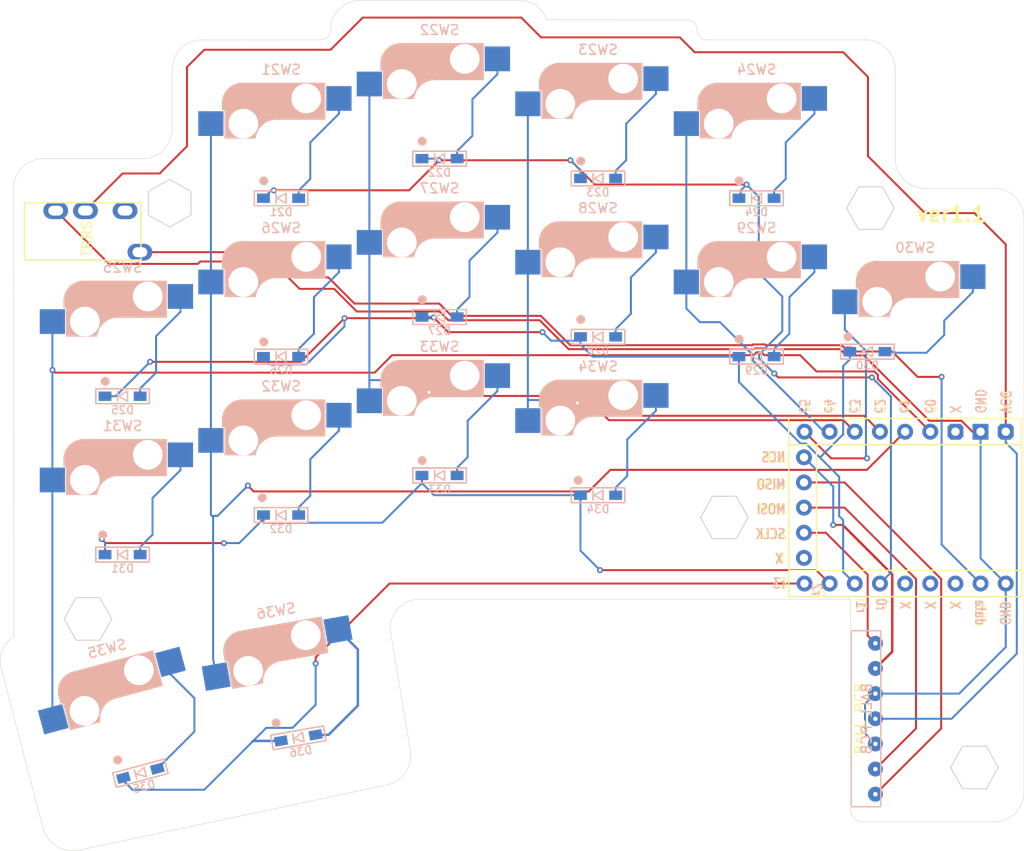
<source format=kicad_pcb>
(kicad_pcb (version 20241229) (generator "pcbnew") (generator_version "9.0")
  (layers (0 "F.Cu" signal) (2 "B.Cu" signal) (13 "F.Paste" user) (15 "B.Paste" user) (5 "F.SilkS" user "F.Silkscreen") (7 "B.SilkS" user "B.Silkscreen") (1 "F.Mask" user) (3 "B.Mask" user) (25 "Edge.Cuts" user))
  (net 0 "")
  (net 1 "Net-(D21-A)")
  (net 2 "row0")
  (net 3 "Net-(D22-A)")
  (net 4 "Net-(D23-A)")
  (net 5 "Net-(D24-A)")
  (net 6 "row1")
  (net 7 "Net-(D25-A)")
  (net 8 "Net-(D26-A)")
  (net 9 "Net-(D27-A)")
  (net 10 "Net-(D28-A)")
  (net 11 "Net-(D29-A)")
  (net 12 "Net-(D30-A)")
  (net 13 "row2")
  (net 14 "Net-(D31-A)")
  (net 15 "Net-(D32-A)")
  (net 16 "Net-(D33-A)")
  (net 17 "Net-(D34-A)")
  (net 18 "Net-(D35-A)")
  (net 19 "row3")
  (net 20 "Net-(D36-A)")
  (net 21 "data")
  (net 22 "GND")
  (net 23 "VCC")
  (net 24 "MISO")
  (net 25 "NCS")
  (net 26 "MOSI")
  (net 27 "SCLK")
  (net 28 "col1")
  (net 29 "col2")
  (net 30 "col3")
  (net 31 "col0")
  (net 32 "col4")
  (net 33 "col5")
  (footprint "kbd:MJ-4PP-9" (layer "F.Cu") (at 100.95 70.35 90)
    (property "Reference" "J22")
    (property "Value" "TRRS_MJ-4PP-9" (hide yes))
  )
  (footprint "kbd_Parts:Diode_SMD" (layer "F.Cu") (at 127 83)
    (property "Reference" "D26")
    (property "Value" "D" (hide yes))
  )
  (footprint "kbd_Parts:Diode_SMD" (layer "F.Cu") (at 186.19 82.5)
    (property "Reference" "D30")
    (property "Value" "D" (hide yes))
  )
  (footprint "kbd_Hole:m2_Spacer_Hole_hex" (layer "F.Cu") (at 197 124.5)
    (property "Reference" "Ref**")
    (property "Value" "Val**")
    (fp_line (start -2.4 0) (end -1.2 2.15) (stroke (width 0.1)) (layer "Edge.Cuts"))
    (fp_line (start -1.2 -2.15) (end -2.4 0) (stroke (width 0.1)) (layer "Edge.Cuts"))
    (fp_line (start -1.2 2.15) (end 1.2 2.15) (stroke (width 0.1)) (layer "Edge.Cuts"))
    (fp_line (start 1.2 -2.15) (end -1.2 -2.15) (stroke (width 0.1)) (layer "Edge.Cuts"))
    (fp_line (start 1.2 2.15) (end 2.4 0) (stroke (width 0.1)) (layer "Edge.Cuts"))
    (fp_line (start 2.4 0) (end 1.2 -2.15) (stroke (width 0.1)) (layer "Edge.Cuts"))
  )
  (footprint "kbd_Parts:Diode_SMD" (layer "F.Cu") (at 175 83)
    (property "Reference" "D29")
    (property "Value" "D" (hide yes))
  )
  (footprint "takashicompany:CherryMX_Hotswap_16m" (layer "F.Cu") (at 111 82)
    (property "Reference" "SW25")
    (property "Value" "SW_PUSH" (hide yes))
  )
  (footprint "kbd_Parts:Diode_SMD" (layer "F.Cu") (at 111 103)
    (property "Reference" "D31")
    (property "Value" "D" (hide yes))
  )
  (footprint "kbd_Parts:Diode_SMD" (layer "F.Cu") (at 127 99)
    (property "Reference" "D32")
    (property "Value" "D" (hide yes))
  )
  (footprint "takashicompany:CherryMX_Hotswap_16m" (layer "F.Cu") (at 127 62)
    (property "Reference" "SW21")
    (property "Value" "SW_PUSH" (hide yes))
  )
  (footprint "takashicompany:CherryMX_Hotswap_16m" (layer "F.Cu") (at 159 76)
    (property "Reference" "SW28")
    (property "Value" "SW_PUSH" (hide yes))
  )
  (footprint "kbd_Parts:Diode_SMD" (layer "F.Cu") (at 143 79)
    (property "Reference" "D27")
    (property "Value" "D" (hide yes))
  )
  (footprint "kbd_Parts:Diode_SMD" (layer "F.Cu") (at 175 67)
    (property "Reference" "D24")
    (property "Value" "D" (hide yes))
  )
  (footprint "kbd_Parts:Diode_SMD" (layer "F.Cu") (at 112.7941 125.0796 15)
    (property "Reference" "D35")
    (property "Value" "D" (hide yes))
  )
  (footprint "takashicompany:CherryMX_Hotswap_16m" (layer "F.Cu") (at 127 94)
    (property "Reference" "SW32")
    (property "Value" "SW_PUSH" (hide yes))
  )
  (footprint "takashicompany:CherryMX_Hotswap_16m" (layer "F.Cu") (at 143 58)
    (property "Reference" "SW22")
    (property "Value" "SW_PUSH" (hide yes))
  )
  (footprint "takashicompany:CherryMX_Hotswap_16m" (layer "F.Cu") (at 143 90)
    (property "Reference" "SW33")
    (property "Value" "SW_PUSH" (hide yes))
  )
  (footprint "takashicompany:CherryMX_Hotswap_16m" (layer "F.Cu") (at 159 92)
    (property "Reference" "SW34")
    (property "Value" "SW_PUSH" (hide yes))
  )
  (footprint "kbd_Parts:Diode_SMD" (layer "F.Cu") (at 143 95)
    (property "Reference" "D33")
    (property "Value" "D" (hide yes))
  )
  (footprint "takashicompany:CherryMX_Hotswap_16m" (layer "F.Cu") (at 175 62)
    (property "Reference" "SW24")
    (property "Value" "SW_PUSH" (hide yes))
  )
  (footprint "takashicompany:CherryMX_Hotswap_16m" (layer "F.Cu") (at 143 74)
    (property "Reference" "SW27")
    (property "Value" "SW_PUSH" (hide yes))
  )
  (footprint "isw-kbd:RP2040-Zero" (layer "F.Cu") (at 190 98.25 -90)
    (property "Reference" "U21" (hide yes))
    (property "Value" "RP2040-Zero" (hide yes))
  )
  (footprint "takashicompany:CherryMX_Hotswap_16m" (layer "F.Cu") (at 159 60)
    (property "Reference" "SW23")
    (property "Value" "SW_PUSH" (hide yes))
  )
  (footprint "kbd_Hole:m2_Spacer_Hole_hex" (layer "F.Cu") (at 115.75 67.5 90)
    (property "Reference" "Ref**")
    (property "Value" "Val**")
    (fp_line (start 1.2 -2.15) (end -1.2 -2.15) (stroke (width 0.1)) (layer "Edge.Cuts"))
    (fp_line (start -1.2 -2.15) (end -2.4 0) (stroke (width 0.1)) (layer "Edge.Cuts"))
    (fp_line (start 2.4 0) (end 1.2 -2.15) (stroke (width 0.1)) (layer "Edge.Cuts"))
    (fp_line (start -2.4 0) (end -1.2 2.15) (stroke (width 0.1)) (layer "Edge.Cuts"))
    (fp_line (start 1.2 2.15) (end 2.4 0) (stroke (width 0.1)) (layer "Edge.Cuts"))
    (fp_line (start -1.2 2.15) (end 1.2 2.15) (stroke (width 0.1)) (layer "Edge.Cuts"))
  )
  (footprint "takashicompany:CherryMX_Hotswap_16m" (layer "F.Cu") (at 111 98)
    (property "Reference" "SW31")
    (property "Value" "SW_PUSH" (hide yes))
  )
  (footprint "kbd_Hole:m2_Spacer_Hole_hex" (layer "F.Cu") (at 171.75 99.25)
    (property "Reference" "Ref**")
    (property "Value" "Val**")
    (fp_line (start -2.4 0) (end -1.2 2.15) (stroke (width 0.1)) (layer "Edge.Cuts"))
    (fp_line (start -1.2 -2.15) (end -2.4 0) (stroke (width 0.1)) (layer "Edge.Cuts"))
    (fp_line (start -1.2 2.15) (end 1.2 2.15) (stroke (width 0.1)) (layer "Edge.Cuts"))
    (fp_line (start 1.2 -2.15) (end -1.2 -2.15) (stroke (width 0.1)) (layer "Edge.Cuts"))
    (fp_line (start 1.2 2.15) (end 2.4 0) (stroke (width 0.1)) (layer "Edge.Cuts"))
    (fp_line (start 2.4 0) (end 1.2 -2.15) (stroke (width 0.1)) (layer "Edge.Cuts"))
  )
  (footprint "kbd_Parts:Diode_SMD" (layer "F.Cu") (at 159 97)
    (property "Reference" "D34")
    (property "Value" "D" (hide yes))
  )
  (footprint "takashicompany:CherryMX_Hotswap_16m" (layer "F.Cu") (at 191 80)
    (property "Reference" "SW30")
    (property "Value" "SW_PUSH" (hide yes))
  )
  (footprint "kbd_Parts:Diode_SMD" (layer "F.Cu") (at 111 87)
    (property "Reference" "D25")
    (property "Value" "D" (hide yes))
  )
  (footprint "takashicompany:CherryMX_Hotswap_16m" (layer "F.Cu") (at 127 78)
    (property "Reference" "SW26")
    (property "Value" "SW_PUSH" (hide yes))
  )
  (footprint "takashicompany:CherryMX_Hotswap_16m" (layer "F.Cu") (at 127.8763 116.5861 10)
    (property "Reference" "SW36")
    (property "Value" "SW_PUSH" (hide yes))
  )
  (footprint "kbd_Parts:Diode_SMD" (layer "F.Cu") (at 128.7445 121.5101 10)
    (property "Reference" "D36")
    (property "Value" "D" (hide yes))
  )
  (footprint "kbd_Parts:Diode_SMD" (layer "F.Cu") (at 159 65)
    (property "Reference" "D23")
    (property "Value" "D" (hide yes))
  )
  (footprint "kbd_Hole:m2_Spacer_Hole_hex" (layer "F.Cu") (at 107.5 109.5)
    (property "Reference" "Ref**")
    (property "Value" "Val**")
    (fp_line (start -2.4 0) (end -1.2 2.15) (stroke (width 0.1)) (layer "Edge.Cuts"))
    (fp_line (start -1.2 -2.15) (end -2.4 0) (stroke (width 0.1)) (layer "Edge.Cuts"))
    (fp_line (start -1.2 2.15) (end 1.2 2.15) (stroke (width 0.1)) (layer "Edge.Cuts"))
    (fp_line (start 1.2 -2.15) (end -1.2 -2.15) (stroke (width 0.1)) (layer "Edge.Cuts"))
    (fp_line (start 1.2 2.15) (end 2.4 0) (stroke (width 0.1)) (layer "Edge.Cuts"))
    (fp_line (start 2.4 0) (end 1.2 -2.15) (stroke (width 0.1)) (layer "Edge.Cuts"))
  )
  (footprint "takashicompany:CherryMX_Hotswap_16m" (layer "F.Cu") (at 111.5 120.25 15)
    (property "Reference" "SW35")
    (property "Value" "SW_PUSH" (hide yes))
  )
  (footprint "takashicompany:CherryMX_Hotswap_16m" (layer "F.Cu") (at 175 78)
    (property "Reference" "SW29")
    (property "Value" "SW_PUSH" (hide yes))
  )
  (footprint "kbd_Hole:m2_Spacer_Hole_hex" (layer "F.Cu") (at 186.5 68)
    (property "Reference" "Ref**")
    (property "Value" "Val**")
    (fp_line (start -2.4 0) (end -1.2 2.15) (stroke (width 0.1)) (layer "Edge.Cuts"))
    (fp_line (start -1.2 -2.15) (end -2.4 0) (stroke (width 0.1)) (layer "Edge.Cuts"))
    (fp_line (start -1.2 2.15) (end 1.2 2.15) (stroke (width 0.1)) (layer "Edge.Cuts"))
    (fp_line (start 1.2 -2.15) (end -1.2 -2.15) (stroke (width 0.1)) (layer "Edge.Cuts"))
    (fp_line (start 1.2 2.15) (end 2.4 0) (stroke (width 0.1)) (layer "Edge.Cuts"))
    (fp_line (start 2.4 0) (end 1.2 -2.15) (stroke (width 0.1)) (layer "Edge.Cuts"))
  )
  (footprint "kbd_Parts:Diode_SMD" (layer "F.Cu") (at 127 67)
    (property "Reference" "D21")
    (property "Value" "D" (hide yes))
  )
  (footprint "kbd_Parts:Diode_SMD" (layer "F.Cu") (at 159 81)
    (property "Reference" "D28")
    (property "Value" "D" (hide yes))
  )
  (footprint "kbd_Parts:Diode_SMD" (layer "F.Cu") (at 143 63)
    (property "Reference" "D22")
    (property "Value" "D" (hide yes))
  )
  (footprint "kbd:Mac8_L_7pin_contact_NEW2023" (layer "B.Cu") (at 187.2 119.58 90)
    (property "Reference" "J21" (hide yes))
    (property "Value" "Conn_01x07_Pin")
  )
  (gr_circle (center 173.25 81.25) (end 173.5 81.5) (stroke (width 0.2)) (fill yes) (layer "B.SilkS"))
  (gr_circle (center 125.25 65.25) (end 125.5 65.5) (stroke (width 0.2)) (fill yes) (layer "B.SilkS"))
  (gr_circle (center 141.25 77.25) (end 141.5 77.5) (stroke (width 0.2)) (fill yes) (layer "B.SilkS"))
  (gr_circle (center 184.25 81) (end 184.5 81.25) (stroke (width 0.2)) (fill yes) (layer "B.SilkS"))
  (gr_circle (center 125.103553 97.25) (end 125.353553 97.5) (stroke (width 0.2)) (fill yes) (layer "B.SilkS"))
  (gr_circle (center 126.5 120) (end 126.75 120.25) (stroke (width 0.2)) (fill yes) (layer "B.SilkS"))
  (gr_circle (center 157.25 79.25) (end 157.5 79.5) (stroke (width 0.2)) (fill yes) (layer "B.SilkS"))
  (gr_circle (center 125.25 81.5) (end 125.5 81.75) (stroke (width 0.2)) (fill yes) (layer "B.SilkS"))
  (gr_circle (center 157.25 63.25) (end 157.5 63.5) (stroke (width 0.2)) (fill yes) (layer "B.SilkS"))
  (gr_circle (center 141.25 61.25) (end 141.5 61.5) (stroke (width 0.2)) (fill yes) (layer "B.SilkS"))
  (gr_circle (center 157 95.5) (end 157.25 95.75) (stroke (width 0.2)) (fill yes) (layer "B.SilkS"))
  (gr_circle (center 141.25 93.5) (end 141.5 93.75) (stroke (width 0.2)) (fill yes) (layer "B.SilkS"))
  (gr_circle (center 173.25 65.25) (end 173.5 65.5) (stroke (width 0.2)) (fill yes) (layer "B.SilkS"))
  (gr_circle (center 109.25 85.5) (end 109.5 85.75) (stroke (width 0.2)) (fill yes) (layer "B.SilkS"))
  (gr_circle (center 109 101) (end 109.25 101.25) (stroke (width 0.2)) (fill yes) (layer "B.SilkS"))
  (gr_circle (center 110.5 123.75) (end 110.75 124) (stroke (width 0.2)) (fill yes) (layer "B.SilkS"))
  (gr_arc (start 140 122.5) (mid 139.65165 124.84099) (end 137.75 126.25) (stroke (width 0.05)) (layer "Edge.Cuts"))
  (gr_line (start 185.75 130) (end 199 130) (stroke (width 0.05)) (layer "Edge.Cuts"))
  (gr_line (start 106.83205 132.80085) (end 137.75 126.25) (stroke (width 0.05)) (layer "Edge.Cuts"))
  (gr_arc (start 100 66) (mid 100.87868 63.87868) (end 103 63) (stroke (width 0.05)) (layer "Edge.Cuts"))
  (gr_line (start 202 127) (end 202 69) (stroke (width 0.05)) (layer "Edge.Cuts"))
  (gr_arc (start 202 127) (mid 201.12132 129.12132) (end 199 130) (stroke (width 0.05)) (layer "Edge.Cuts"))
  (gr_arc (start 168 49) (mid 168.707107 49.292893) (end 169 50) (stroke (width 0.05)) (layer "Edge.Cuts"))
  (gr_arc (start 116 60) (mid 115.12132 62.12132) (end 113 63) (stroke (width 0.05)) (layer "Edge.Cuts"))
  (gr_arc (start 186 51) (mid 188.12132 51.87868) (end 189 54) (stroke (width 0.05)) (layer "Edge.Cuts"))
  (gr_line (start 116 54) (end 116 60) (stroke (width 0.05)) (layer "Edge.Cuts"))
  (gr_arc (start 170 51) (mid 169.292893 50.707107) (end 169 50) (stroke (width 0.05)) (layer "Edge.Cuts"))
  (gr_line (start 168 49) (end 153.81938 48.974771) (stroke (width 0.05)) (layer "Edge.Cuts"))
  (gr_arc (start 199 66) (mid 201.12132 66.87868) (end 202 69) (stroke (width 0.05)) (layer "Edge.Cuts"))
  (gr_arc (start 116 54) (mid 116.792353 51.968671) (end 118.750864 51.010363) (stroke (width 0.05)) (layer "Edge.Cuts"))
  (gr_line (start 189 63) (end 189 54) (stroke (width 0.05)) (layer "Edge.Cuts"))
  (gr_arc (start 98.75 114.5) (mid 98.855085 112.687257) (end 100.033461 111.305769) (stroke (width 0.05)) (layer "Edge.Cuts"))
  (gr_arc (start 138 110.5) (mid 138.87868 108.37868) (end 141 107.5) (stroke (width 0.05)) (layer "Edge.Cuts"))
  (gr_line (start 100 66) (end 100.033461 111.305769) (stroke (width 0.05)) (layer "Edge.Cuts"))
  (gr_line (start 140 122.5) (end 138 110.5) (stroke (width 0.05)) (layer "Edge.Cuts"))
  (gr_arc (start 132 50) (mid 131.707107 50.707107) (end 131 51) (stroke (width 0.05)) (layer "Edge.Cuts"))
  (gr_arc (start 151 47) (mid 152.721092 47.542798) (end 153.81938 48.974771) (stroke (width 0.05)) (layer "Edge.Cuts"))
  (gr_line (start 184.5 107.5) (end 184.5 128.75) (stroke (width 0.05)) (layer "Edge.Cuts"))
  (gr_arc (start 192 66) (mid 189.87868 65.12132) (end 189 63) (stroke (width 0.05)) (layer "Edge.Cuts"))
  (gr_arc (start 132 50) (mid 132.87868 47.87868) (end 135 47) (stroke (width 0.05)) (layer "Edge.Cuts"))
  (gr_arc (start 106.83205 132.800851) (mid 104.507854 132.5381) (end 103 130.75) (stroke (width 0.05)) (layer "Edge.Cuts"))
  (gr_line (start 151 47) (end 135 47) (stroke (width 0.05)) (layer "Edge.Cuts"))
  (gr_line (start 131 51) (end 118.750864 51.010363) (stroke (width 0.05)) (layer "Edge.Cuts"))
  (gr_line (start 113 63) (end 103 63) (stroke (width 0.05)) (layer "Edge.Cuts"))
  (gr_line (start 141 107.5) (end 184.5 107.5) (stroke (width 0.05)) (layer "Edge.Cuts"))
  (gr_line (start 186 51) (end 170 51) (stroke (width 0.05)) (layer "Edge.Cuts"))
  (gr_line (start 98.75 114.5) (end 103 130.75) (stroke (width 0.05)) (layer "Edge.Cuts"))
  (gr_arc (start 185.75 130) (mid 184.866117 129.633883) (end 184.5 128.75) (stroke (width 0.05)) (layer "Edge.Cuts"))
  (gr_line (start 192 66) (end 199 66) (stroke (width 0.05)) (layer "Edge.Cuts"))
  (gr_text "ver1.1" (at 191 69.5 0) (layer "F.SilkS") (effects (font (size 1.5 1.5) (thickness 0.3) (bold yes)) (justify left bottom)))
  (gr_text "c0" (at 191.93825 88.818095 270) (layer "B.SilkS") (effects (font (size 1 0.8)) (justify left bottom mirror)))
  (segment (start 129.9485 61.3652) (end 132.842 58.4717) (width 0.2) (layer "B.Cu") (net 1))
  (segment (start 128.775 66.2233) (end 129.9485 65.0498) (width 0.2) (layer "B.Cu") (net 1))
  (segment (start 132.842 56.92) (end 132.842 58.4717) (width 0.2) (layer "B.Cu") (net 1))
  (segment (start 129.9485 65.0498) (end 129.9485 61.3652) (width 0.2) (layer "B.Cu") (net 1))
  (segment (start 128.775 67) (end 128.775 66.2233) (width 0.2) (layer "B.Cu") (net 1))
  (segment (start 158.6704 65.6202) (end 173.9951 65.6202) (width 0.2) (layer "F.Cu") (net 2))
  (segment (start 142.9555 63.1641) (end 156.2143 63.1641) (width 0.2) (layer "F.Cu") (net 2))
  (segment (start 142.9555 63.1641) (end 139.9194 66.2002) (width 0.2) (layer "F.Cu") (net 2))
  (segment (start 139.9194 66.2002) (end 126.2686 66.2002) (width 0.2) (layer "F.Cu") (net 2))
  (segment (start 156.2143 63.1641) (end 158.6704 65.6202) (width 0.2) (layer "F.Cu") (net 2))
  (segment (start 177.1868 85.1007) (end 186.6498 85.1007) (width 0.2) (layer "F.Cu") (net 2))
  (segment (start 177.1868 85.1007) (end 176.79305 84.70695) (width 0.2) (layer "F.Cu") (net 2))
  (via (at 186.6498 85.1007) (size 0.6) (drill 0.3) (layers "F.Cu" "B.Cu") (net 2))
  (via (at 126.2686 66.2002) (size 0.6) (drill 0.3) (layers "F.Cu" "B.Cu") (net 2))
  (via (at 156.2143 63.1641) (size 0.6) (drill 0.3) (layers "F.Cu" "B.Cu") (net 2))
  (via (at 173.9951 65.6202) (size 0.6) (drill 0.3) (layers "F.Cu" "B.Cu") (net 2))
  (via (at 142.9555 63.1641) (size 0.6) (drill 0.3) (layers "F.Cu" "B.Cu") (net 2))
  (via (at 176.79305 84.70695) (size 0.6) (drill 0.3) (layers "F.Cu" "B.Cu") (net 2))
  (segment (start 175.2269 74.5475) (end 175.2269 66.852) (width 0.2) (layer "B.Cu") (net 2))
  (segment (start 126.2686 66.2002) (end 126.0248 66.2002) (width 0.2) (layer "B.Cu") (net 2))
  (segment (start 186.6498 85.1007) (end 188.5644 87.0153) (width 0.2) (layer "B.Cu") (net 2))
  (segment (start 157.225 64.1748) (end 156.2143 63.1641) (width 0.2) (layer "B.Cu") (net 2))
  (segment (start 175.2572 83.1711) (end 175.2572 82.7747) (width 0.2) (layer "B.Cu") (net 2))
  (segment (start 177.6017 76.9223) (end 175.2269 74.5475) (width 0.2) (layer "B.Cu") (net 2))
  (segment (start 175.2572 82.7747) (end 177.6017 80.4302) (width 0.2) (layer "B.Cu") (net 2))
  (segment (start 173.9951 65.6202) (end 173.392 66.2233) (width 0.2) (layer "B.Cu") (net 2))
  (segment (start 142.7914 63) (end 142.9555 63.1641) (width 0.2) (layer "B.Cu") (net 2))
  (segment (start 188.5644 104.8156) (end 187.46 105.92) (width 0.2) (layer "B.Cu") (net 2))
  (segment (start 188.5644 87.0153) (end 188.5644 104.8156) (width 0.2) (layer "B.Cu") (net 2))
  (segment (start 142.1767 63) (end 142.7914 63) (width 0.2) (layer "B.Cu") (net 2))
  (segment (start 173.392 66.833) (end 173.225 67) (width 0.2) (layer "B.Cu") (net 2))
  (segment (start 177.6017 80.4302) (end 177.6017 76.9223) (width 0.2) (layer "B.Cu") (net 2))
  (segment (start 175.2269 66.852) (end 173.9951 65.6202) (width 0.2) (layer "B.Cu") (net 2))
  (segment (start 173.392 66.2233) (end 173.392 66.833) (width 0.2) (layer "B.Cu") (net 2))
  (segment (start 157.225 65) (end 157.225 64.1748) (width 0.2) (layer "B.Cu") (net 2))
  (segment (start 126.0248 66.2002) (end 125.225 67) (width 0.2) (layer "B.Cu") (net 2))
  (segment (start 141.225 63) (end 142.1767 63) (width 0.2) (layer "B.Cu") (net 2))
  (segment (start 176.79305 84.70695) (end 175.2572 83.1711) (width 0.2) (layer "B.Cu") (net 2))
  (segment (start 148.842 52.92) (end 148.842 54.4717) (width 0.2) (layer "B.Cu") (net 3))
  (segment (start 146.3179 60.6804) (end 146.3179 56.9958) (width 0.2) (layer "B.Cu") (net 3))
  (segment (start 146.3179 56.9958) (end 148.842 54.4717) (width 0.2) (layer "B.Cu") (net 3))
  (segment (start 144.775 63) (end 144.775 62.2233) (width 0.2) (layer "B.Cu") (net 3))
  (segment (start 144.775 62.2233) (end 146.3179 60.6804) (width 0.2) (layer "B.Cu") (net 3))
  (segment (start 164.842 54.92) (end 164.842 56.4717) (width 0.2) (layer "B.Cu") (net 4))
  (segment (start 161.8394 59.4743) (end 161.8394 63.1589) (width 0.2) (layer "B.Cu") (net 4))
  (segment (start 164.842 56.4717) (end 161.8394 59.4743) (width 0.2) (layer "B.Cu") (net 4))
  (segment (start 161.8394 63.1589) (end 160.775 64.2233) (width 0.2) (layer "B.Cu") (net 4))
  (segment (start 160.775 65) (end 160.775 64.2233) (width 0.2) (layer "B.Cu") (net 4))
  (segment (start 177.9485 61.3652) (end 180.842 58.4717) (width 0.2) (layer "B.Cu") (net 5))
  (segment (start 180.842 56.92) (end 180.842 58.4717) (width 0.2) (layer "B.Cu") (net 5))
  (segment (start 176.775 67) (end 176.775 66.2233) (width 0.2) (layer "B.Cu") (net 5))
  (segment (start 176.775 66.2233) (end 177.9485 65.0498) (width 0.2) (layer "B.Cu") (net 5))
  (segment (start 177.9485 65.0498) (end 177.9485 61.3652) (width 0.2) (layer "B.Cu") (net 5))
  (segment (start 142.3296 79.1179) (end 142.4019 79.0456) (width 0.2) (layer "F.Cu") (net 6))
  (segment (start 133.4027 79.1179) (end 142.3296 79.1179) (width 0.2) (layer "F.Cu") (net 6))
  (segment (start 153.3893 80.5266) (end 143.8829 80.5266) (width 0.2) (layer "F.Cu") (net 6))
  (segment (start 128.9965 83.5241) (end 133.4027 79.1179) (width 0.2) (layer "F.Cu") (net 6))
  (segment (start 113.7798 83.5241) (end 128.9965 83.5241) (width 0.2) (layer "F.Cu") (net 6))
  (segment (start 143.8829 80.5266) (end 142.4019 79.0456) (width 0.2) (layer "F.Cu") (net 6))
  (via (at 153.3893 80.5266) (size 0.6) (drill 0.3) (layers "F.Cu" "B.Cu") (net 6))
  (via (at 113.7798 83.5241) (size 0.6) (drill 0.3) (layers "F.Cu" "B.Cu") (net 6))
  (via (at 133.4027 79.1179) (size 0.6) (drill 0.3) (layers "F.Cu" "B.Cu") (net 6))
  (via (at 142.4019 79.0456) (size 0.6) (drill 0.3) (layers "F.Cu" "B.Cu") (net 6))
  (segment (start 133.4027 79.948) (end 133.4027 79.1179) (width 0.2) (layer "B.Cu") (net 6))
  (segment (start 157.225 81) (end 157.225 81.3883) (width 0.2) (layer "B.Cu") (net 6))
  (segment (start 142.3563 79) (end 142.1767 79) (width 0.2) (layer "B.Cu") (net 6))
  (segment (start 158.4483 83) (end 157.225 81.7767) (width 0.2) (layer "B.Cu") (net 6))
  (segment (start 179.4399 91.7763) (end 179.9825 91.7763) (width 0.2) (layer "B.Cu") (net 6))
  (segment (start 129.574 83.7767) (end 133.4027 79.948) (width 0.2) (layer "B.Cu") (net 6))
  (segment (start 183.3464 99.1148) (end 183.3433 99.1117) (width 0.2) (layer "B.Cu") (net 6))
  (segment (start 181.4004 93.1941) (end 183.7456 90.8489) (width 0.2) (layer "B.Cu") (net 6))
  (segment (start 157.225 81.3883) (end 154.251 81.3883) (width 0.2) (layer "B.Cu") (net 6))
  (segment (start 183.3433 99.1117) (end 183.3433 95.1371) (width 0.2) (layer "B.Cu") (net 6))
  (segment (start 142.4019 79.0456) (end 142.3563 79) (width 0.2) (layer "B.Cu") (net 6))
  (segment (start 183.3433 95.1371) (end 181.4004 93.1941) (width 0.2) (layer "B.Cu") (net 6))
  (segment (start 141.225 79) (end 142.1767 79) (width 0.2) (layer "B.Cu") (net 6))
  (segment (start 183.7456 90.8489) (end 183.7456 83.9461) (width 0.2) (layer "B.Cu") (net 6))
  (segment (start 184.415 82.5) (end 184.415 83.2767) (width 0.2) (layer "B.Cu") (net 6))
  (segment (start 183.7456 83.9461) (end 184.415 83.2767) (width 0.2) (layer "B.Cu") (net 6))
  (segment (start 179.9825 91.7763) (end 181.4004 93.1941) (width 0.2) (layer "B.Cu") (net 6))
  (segment (start 125.7767 83.7767) (end 129.574 83.7767) (width 0.2) (layer "B.Cu") (net 6))
  (segment (start 109.225 87) (end 110.3039 87) (width 0.2) (layer "B.Cu") (net 6))
  (segment (start 184.92 105.92) (end 183.7441 104.7441) (width 0.2) (layer "B.Cu") (net 6))
  (segment (start 157.225 81.3883) (end 157.225 81.7767) (width 0.2) (layer "B.Cu") (net 6))
  (segment (start 125.225 83) (end 125.225 83.225) (width 0.2) (layer "B.Cu") (net 6))
  (segment (start 154.251 81.3883) (end 153.3893 80.5266) (width 0.2) (layer "B.Cu") (net 6))
  (segment (start 173.225 83) (end 173.225 85.5614) (width 0.2) (layer "B.Cu") (net 6))
  (segment (start 183.7441 104.7441) (end 183.7441 99.5145) (width 0.2) (layer "B.Cu") (net 6))
  (segment (start 173.225 83) (end 158.4483 83) (width 0.2) (layer "B.Cu") (net 6))
  (segment (start 183.7441 99.5145) (end 183.3464 99.1168) (width 0.2) (layer "B.Cu") (net 6))
  (segment (start 183.3464 99.1168) (end 183.3464 99.1148) (width 0.2) (layer "B.Cu") (net 6))
  (segment (start 125.225 83.225) (end 125.7767 83.7767) (width 0.2) (layer "B.Cu") (net 6))
  (segment (start 110.3039 87) (end 113.7798 83.5241) (width 0.2) (layer "B.Cu") (net 6))
  (segment (start 173.225 85.5614) (end 179.4399 91.7763) (width 0.2) (layer "B.Cu") (net 6))
  (segment (start 116.842 76.92) (end 116.842 78.4717) (width 0.2) (layer "B.Cu") (net 7))
  (segment (start 114.3815 80.9322) (end 116.842 78.4717) (width 0.2) (layer "B.Cu") (net 7))
  (segment (start 114.3815 84.6168) (end 114.3815 80.9322) (width 0.2) (layer "B.Cu") (net 7))
  (segment (start 112.775 86.2233) (end 114.3815 84.6168) (width 0.2) (layer "B.Cu") (net 7))
  (segment (start 112.775 87) (end 112.775 86.2233) (width 0.2) (layer "B.Cu") (net 7))
  (segment (start 132.842 74.4717) (end 130.3179 76.9958) (width 0.2) (layer "B.Cu") (net 8))
  (segment (start 130.3179 80.6804) (end 128.775 82.2233) (width 0.2) (layer "B.Cu") (net 8))
  (segment (start 130.3179 76.9958) (end 130.3179 80.6804) (width 0.2) (layer "B.Cu") (net 8))
  (segment (start 128.775 83) (end 128.775 82.2233) (width 0.2) (layer "B.Cu") (net 8))
  (segment (start 132.842 72.92) (end 132.842 74.4717) (width 0.2) (layer "B.Cu") (net 8))
  (segment (start 146.0244 76.9739) (end 144.775 78.2233) (width 0.2) (layer "B.Cu") (net 9))
  (segment (start 148.842 68.92) (end 148.842 70.4717) (width 0.2) (layer "B.Cu") (net 9))
  (segment (start 148.842 70.4717) (end 146.0244 73.2893) (width 0.2) (layer "B.Cu") (net 9))
  (segment (start 146.0244 73.2893) (end 146.0244 76.9739) (width 0.2) (layer "B.Cu") (net 9))
  (segment (start 144.775 79) (end 144.775 78.2233) (width 0.2) (layer "B.Cu") (net 9))
  (segment (start 164.842 70.92) (end 164.842 72.4717) (width 0.2) (layer "B.Cu") (net 10))
  (segment (start 160.775 81) (end 160.775 80.2233) (width 0.2) (layer "B.Cu") (net 10))
  (segment (start 160.775 80.2233) (end 162.3179 78.6804) (width 0.2) (layer "B.Cu") (net 10))
  (segment (start 162.3179 74.9958) (end 164.842 72.4717) (width 0.2) (layer "B.Cu") (net 10))
  (segment (start 162.3179 78.6804) (end 162.3179 74.9958) (width 0.2) (layer "B.Cu") (net 10))
  (segment (start 176.775 82.2233) (end 178.3179 80.6804) (width 0.2) (layer "B.Cu") (net 11))
  (segment (start 178.3179 80.6804) (end 178.3179 76.9958) (width 0.2) (layer "B.Cu") (net 11))
  (segment (start 178.3179 76.9958) (end 180.842 74.4717) (width 0.2) (layer "B.Cu") (net 11))
  (segment (start 176.775 83) (end 176.775 82.2233) (width 0.2) (layer "B.Cu") (net 11))
  (segment (start 180.842 72.92) (end 180.842 74.4717) (width 0.2) (layer "B.Cu") (net 11))
  (segment (start 192.1553 82.6068) (end 193.9485 80.8136) (width 0.2) (layer "B.Cu") (net 12))
  (segment (start 196.842 74.92) (end 196.842 76.4717) (width 0.2) (layer "B.Cu") (net 12))
  (segment (start 193.9485 79.3652) (end 196.842 76.4717) (width 0.2) (layer "B.Cu") (net 12))
  (segment (start 188.9167 82.5) (end 189.0235 82.6068) (width 0.2) (layer "B.Cu") (net 12))
  (segment (start 193.9485 80.8136) (end 193.9485 79.3652) (width 0.2) (layer "B.Cu") (net 12))
  (segment (start 187.965 82.5) (end 188.9167 82.5) (width 0.2) (layer "B.Cu") (net 12))
  (segment (start 189.0235 82.6068) (end 192.1553 82.6068) (width 0.2) (layer "B.Cu") (net 12))
  (segment (start 109.3007 101.8342) (end 108.9037 101.4372) (width 0.2) (layer "F.Cu") (net 13))
  (segment (start 121.229 101.8342) (end 109.3007 101.8342) (width 0.2) (layer "F.Cu") (net 13))
  (segment (start 181.0295 104.5695) (end 159.2016 104.5695) (width 0.2) (layer "F.Cu") (net 13))
  (segment (start 182.38 105.92) (end 181.0295 104.5695) (width 0.2) (layer "F.Cu") (net 13))
  (via (at 159.2016 104.5695) (size 0.6) (drill 0.3) (layers "F.Cu" "B.Cu") (net 13))
  (via (at 121.229 101.8342) (size 0.6) (drill 0.3) (layers "F.Cu" "B.Cu") (net 13))
  (via (at 108.9037 101.4372) (size 0.6) (drill 0.3) (layers "F.Cu" "B.Cu") (net 13))
  (segment (start 125.225 99.3883) (end 125.225 99.7767) (width 0.2) (layer "B.Cu") (net 13))
  (segment (start 108.9037 101.4372) (end 109.225 101.7585) (width 0.2) (layer "B.Cu") (net 13))
  (segment (start 125.225 99) (end 125.225 99.3883) (width 0.2) (layer "B.Cu") (net 13))
  (segment (start 125.225 99.3883) (end 122.7791 101.8342) (width 0.2) (layer "B.Cu") (net 13))
  (segment (start 122.7791 101.8342) (end 121.229 101.8342) (width 0.2) (layer "B.Cu") (net 13))
  (segment (start 109.225 101.7585) (end 109.225 103) (width 0.2) (layer "B.Cu") (net 13))
  (segment (start 157.225 102.5929) (end 157.225 97) (width 0.2) (layer "B.Cu") (net 13))
  (segment (start 142.4483 97) (end 141.225 95.7767) (width 0.2) (layer "B.Cu") (net 13))
  (segment (start 141.225 95) (end 141.225 95.7767) (width 0.2) (layer "B.Cu") (net 13))
  (segment (start 125.225 99.7767) (end 137.225 99.7767) (width 0.2) (layer "B.Cu") (net 13))
  (segment (start 157.225 97) (end 142.4483 97) (width 0.2) (layer "B.Cu") (net 13))
  (segment (start 137.225 99.7767) (end 141.225 95.7767) (width 0.2) (layer "B.Cu") (net 13))
  (segment (start 159.2016 104.5695) (end 157.225 102.5929) (width 0.2) (layer "B.Cu") (net 13))
  (segment (start 116.842 92.92) (end 116.842 94.4717) (width 0.2) (layer "B.Cu") (net 14))
  (segment (start 114.0244 100.9739) (end 112.775 102.2233) (width 0.2) (layer "B.Cu") (net 14))
  (segment (start 112.775 103) (end 112.775 102.2233) (width 0.2) (layer "B.Cu") (net 14))
  (segment (start 114.0244 97.2893) (end 114.0244 100.9739) (width 0.2) (layer "B.Cu") (net 14))
  (segment (start 116.842 94.4717) (end 114.0244 97.2893) (width 0.2) (layer "B.Cu") (net 14))
  (segment (start 128.775 99) (end 128.775 98.2233) (width 0.2) (layer "B.Cu") (net 15))
  (segment (start 132.842 88.92) (end 132.842 90.4717) (width 0.2) (layer "B.Cu") (net 15))
  (segment (start 129.9485 93.3652) (end 132.842 90.4717) (width 0.2) (layer "B.Cu") (net 15))
  (segment (start 129.9485 97.0498) (end 129.9485 93.3652) (width 0.2) (layer "B.Cu") (net 15))
  (segment (start 128.775 98.2233) (end 129.9485 97.0498) (width 0.2) (layer "B.Cu") (net 15))
  (segment (start 145.8394 89.4743) (end 145.8394 93.1589) (width 0.2) (layer "B.Cu") (net 16))
  (segment (start 148.842 84.92) (end 148.842 86.4717) (width 0.2) (layer "B.Cu") (net 16))
  (segment (start 148.842 86.4717) (end 145.8394 89.4743) (width 0.2) (layer "B.Cu") (net 16))
  (segment (start 145.8394 93.1589) (end 144.775 94.2233) (width 0.2) (layer "B.Cu") (net 16))
  (segment (start 144.775 95) (end 144.775 94.2233) (width 0.2) (layer "B.Cu") (net 16))
  (segment (start 160.775 97) (end 160.775 96.2233) (width 0.2) (layer "B.Cu") (net 17))
  (segment (start 164.842 86.92) (end 164.842 88.4717) (width 0.2) (layer "B.Cu") (net 17))
  (segment (start 160.775 96.2233) (end 161.9485 95.0498) (width 0.2) (layer "B.Cu") (net 17))
  (segment (start 161.9485 95.0498) (end 161.9485 91.3652) (width 0.2) (layer "B.Cu") (net 17))
  (segment (start 161.9485 91.3652) (end 164.842 88.4717) (width 0.2) (layer "B.Cu") (net 17))
  (segment (start 115.828138 115.078138) (end 115.828138 113.831138) (width 0.2) (layer "B.Cu") (net 18))
  (segment (start 118.25 117.5) (end 115.828138 115.078138) (width 0.2) (layer "B.Cu") (net 18))
  (segment (start 118.25 120.8788) (end 118.25 117.5) (width 0.2) (layer "B.Cu") (net 18))
  (segment (start 115.828138 113.831138) (end 115.8281 113.8311) (width 0.2) (layer "B.Cu") (net 18))
  (segment (start 114.5086 124.6202) (end 118.25 120.8788) (width 0.2) (layer "B.Cu") (net 18))
  (segment (start 137.9528 105.92) (end 179.84 105.92) (width 0.2) (layer "F.Cu") (net 19))
  (segment (start 130.4925 114) (end 130.4925 113.3803) (width 0.2) (layer "F.Cu") (net 19))
  (segment (start 130.4925 113.3803) (end 137.9528 105.92) (width 0.2) (layer "F.Cu") (net 19))
  (via (at 130.4925 114) (size 0.6) (drill 0.3) (layers "F.Cu" "B.Cu") (net 19))
  (segment (start 124.125 121.875) (end 119.25 126.75) (width 0.2) (layer "B.Cu") (net 19))
  (segment (start 125.5 120.5) (end 124.125 121.875) (width 0.2) (layer "B.Cu") (net 19))
  (segment (start 126.996466 121.818326) (end 124.181674 121.818326) (width 0.25) (layer "B.Cu") (net 19))
  (segment (start 112 126.75) (end 111.0796 125.8296) (width 0.2) (layer "B.Cu") (net 19))
  (segment (start 124.181674 121.818326) (end 124.125 121.875) (width 0.25) (layer "B.Cu") (net 19))
  (segment (start 119.25 126.75) (end 112 126.75) (width 0.2) (layer "B.Cu") (net 19))
  (segment (start 130.4925 118.1635) (end 128.156 120.5) (width 0.2) (layer "B.Cu") (net 19))
  (segment (start 128.156 120.5) (end 125.5 120.5) (width 0.2) (layer "B.Cu") (net 19))
  (segment (start 130.4925 114) (end 130.4925 118.1635) (width 0.2) (layer "B.Cu") (net 19))
  (segment (start 111.0796 125.8296) (end 111.0796 125.539) (width 0.2) (layer "B.Cu") (net 19))
  (segment (start 134.75 118.25) (end 134.75 112.57141) (width 0.25) (layer "B.Cu") (net 20))
  (segment (start 131.798126 121.201874) (end 134.75 118.25) (width 0.25) (layer "B.Cu") (net 20))
  (segment (start 134.75 112.57141) (end 132.747414 110.568824) (width 0.25) (layer "B.Cu") (net 20))
  (segment (start 130.492534 121.201874) (end 131.798126 121.201874) (width 0.25) (layer "B.Cu") (net 20))
  (segment (start 175.918 81.845) (end 175.839 81.766) (width 0.2) (layer "F.Cu") (net 21))
  (segment (start 134.4114 77.6395) (end 131.77 74.9981) (width 0.2) (layer "F.Cu") (net 21))
  (segment (start 156.1966 81.845) (end 153.2325 78.8809) (width 0.2) (layer "F.Cu") (net 21))
  (segment (start 193.6832 85.0454) (end 191.2571 85.0454) (width 0.2) (layer "F.Cu") (net 21))
  (segment (start 184.5135 82.0804) (end 183.8234 82.0804) (width 0.2) (layer "F.Cu") (net 21))
  (segment (start 174.5965 81.845) (end 156.1966 81.845) (width 0.2) (layer "F.Cu") (net 21))
  (segment (start 142.9684 77.6395) (end 134.4114 77.6395) (width 0.2) (layer "F.Cu") (net 21))
  (segment (start 125.7375 72.45) (end 112.75 72.45) (width 0.2) (layer "F.Cu") (net 21))
  (segment (start 144.2098 78.8809) (end 142.9684 77.6395) (width 0.2) (layer "F.Cu") (net 21))
  (segment (start 183.8234 82.0804) (end 183.588 81.845) (width 0.2) (layer "F.Cu") (net 21))
  (segment (start 131.77 74.9981) (end 128.2856 74.9981) (width 0.2) (layer "F.Cu") (net 21))
  (segment (start 184.9152 82.4821) (end 184.5135 82.0804) (width 0.2) (layer "F.Cu") (net 21))
  (segment (start 153.2325 78.8809) (end 144.2098 78.8809) (width 0.2) (layer "F.Cu") (net 21))
  (segment (start 174.6755 81.766) (end 174.5965 81.845) (width 0.2) (layer "F.Cu") (net 21))
  (segment (start 175.839 81.766) (end 174.6755 81.766) (width 0.2) (layer "F.Cu") (net 21))
  (segment (start 183.588 81.845) (end 175.918 81.845) (width 0.2) (layer "F.Cu") (net 21))
  (segment (start 191.2571 85.0454) (end 188.6938 82.4821) (width 0.2) (layer "F.Cu") (net 21))
  (segment (start 128.2856 74.9981) (end 125.7375 72.45) (width 0.2) (layer "F.Cu") (net 21))
  (segment (start 188.6938 82.4821) (end 184.9152 82.4821) (width 0.2) (layer "F.Cu") (net 21))
  (via (at 193.6832 85.0454) (size 0.6) (drill 0.3) (layers "F.Cu" "B.Cu") (net 21))
  (segment (start 193.6832 85.0454) (end 193.6832 101.9832) (width 0.2) (layer "B.Cu") (net 21))
  (segment (start 193.6832 101.9832) (end 197.62 105.92) (width 0.2) (layer "B.Cu") (net 21))
  (segment (start 183.4217 82.2467) (end 175.7517 82.2467) (width 0.2) (layer "F.Cu") (net 22))
  (segment (start 175.6727 82.1677) (end 174.8418 82.1677) (width 0.2) (layer "F.Cu") (net 22))
  (segment (start 192.4463 89.4783) (end 185.8519 82.8839) (width 0.2) (layer "F.Cu") (net 22))
  (segment (start 175.7517 82.2467) (end 175.6727 82.1677) (width 0.2) (layer "F.Cu") (net 22))
  (segment (start 109.6329 73.6329) (end 104.25 68.25) (width 0.2) (layer "F.Cu") (net 22))
  (segment (start 185.8519 82.8839) (end 184.0589 82.8839) (width 0.2) (layer "F.Cu") (net 22))
  (segment (start 184.0589 82.8839) (end 183.4217 82.2467) (width 0.2) (layer "F.Cu") (net 22))
  (segment (start 153.1075 79.3239) (end 143.8846 79.3239) (width 0.2) (layer "F.Cu") (net 22))
  (segment (start 196.7938 90.58) (end 195.6921 89.4783) (width 0.2) (layer "F.Cu") (net 22))
  (segment (start 125.7853 73.3912) (end 118.8412 73.3912) (width 0.2) (layer "F.Cu") (net 22))
  (segment (start 174.7628 82.2467) (end 156.0303 82.2467) (width 0.2) (layer "F.Cu") (net 22))
  (segment (start 156.0303 82.2467) (end 153.1075 79.3239) (width 0.2) (layer "F.Cu") (net 22))
  (segment (start 118.5995 73.6329) (end 109.6329 73.6329) (width 0.2) (layer "F.Cu") (net 22))
  (segment (start 195.6921 89.4783) (end 192.4463 89.4783) (width 0.2) (layer "F.Cu") (net 22))
  (segment (start 128.8693 76.1498) (end 127.6121 74.8926) (width 0.2) (layer "F.Cu") (net 22))
  (segment (start 197.62 90.58) (end 196.7938 90.58) (width 0.2) (layer "F.Cu") (net 22))
  (segment (start 134.6452 78.4414) (end 132.3536 76.1498) (width 0.2) (layer "F.Cu") (net 22))
  (segment (start 127.6121 74.8926) (end 127.2867 74.8926) (width 0.2) (layer "F.Cu") (net 22))
  (segment (start 174.8418 82.1677) (end 174.7628 82.2467) (width 0.2) (layer "F.Cu") (net 22))
  (segment (start 118.8412 73.3912) (end 118.5995 73.6329) (width 0.2) (layer "F.Cu") (net 22))
  (segment (start 127.2867 74.8926) (end 125.7853 73.3912) (width 0.2) (layer "F.Cu") (net 22))
  (segment (start 143.8846 79.3239) (end 143.0021 78.4414) (width 0.2) (layer "F.Cu") (net 22))
  (segment (start 132.3536 76.1498) (end 128.8693 76.1498) (width 0.2) (layer "F.Cu") (net 22))
  (segment (start 143.0021 78.4414) (end 134.6452 78.4414) (width 0.2) (layer "F.Cu") (net 22))
  (segment (start 185.949 118.091) (end 185.949 121.069) (width 0.2) (layer "B.Cu") (net 22))
  (segment (start 200.16 112.34) (end 200.16 105.92) (width 0.2) (layer "B.Cu") (net 22))
  (segment (start 187 117.04) (end 195.46 117.04) (width 0.2) (layer "B.Cu") (net 22))
  (segment (start 187 117.04) (end 185.949 118.091) (width 0.2) (layer "B.Cu") (net 22))
  (segment (start 200.16 105.92) (end 197.62 103.38) (width 0.2) (layer "B.Cu") (net 22))
  (segment (start 195.46 117.04) (end 200.16 112.34) (width 0.2) (layer "B.Cu") (net 22))
  (segment (start 197.62 103.38) (end 197.62 90.58) (width 0.2) (layer "B.Cu") (net 22))
  (segment (start 185.949 121.069) (end 187 122.12) (width 0.2) (layer "B.Cu") (net 22))
  (segment (start 186.25 62.75) (end 192 68.5) (width 0.2) (layer "F.Cu") (net 23))
  (segment (start 107.25 68.25) (end 111 64.5) (width 0.2) (layer "F.Cu") (net 23))
  (segment (start 119.25 52) (end 132 52) (width 0.2) (layer "F.Cu") (net 23))
  (segment (start 200.16 71.66) (end 200.16 90.58) (width 0.2) (layer "F.Cu") (net 23))
  (segment (start 153.25 50.75) (end 167.25 50.75) (width 0.2) (layer "F.Cu") (net 23))
  (segment (start 167.25 50.75) (end 168.75 52.25) (width 0.2) (layer "F.Cu") (net 23))
  (segment (start 111 64.5) (end 114.75 64.5) (width 0.2) (layer "F.Cu") (net 23))
  (segment (start 151.25 48.75) (end 153.25 50.75) (width 0.2) (layer "F.Cu") (net 23))
  (segment (start 192 68.5) (end 197 68.5) (width 0.2) (layer "F.Cu") (net 23))
  (segment (start 183.75 52.25) (end 186.25 54.75) (width 0.2) (layer "F.Cu") (net 23))
  (segment (start 114.75 64.5) (end 117.5 61.75) (width 0.2) (layer "F.Cu") (net 23))
  (segment (start 197 68.5) (end 200.16 71.66) (width 0.2) (layer "F.Cu") (net 23))
  (segment (start 132 52) (end 135.25 48.75) (width 0.2) (layer "F.Cu") (net 23))
  (segment (start 186.25 54.75) (end 186.25 62.75) (width 0.2) (layer "F.Cu") (net 23))
  (segment (start 117.5 61.75) (end 117.5 53.75) (width 0.2) (layer "F.Cu") (net 23))
  (segment (start 168.75 52.25) (end 183.75 52.25) (width 0.2) (layer "F.Cu") (net 23))
  (segment (start 117.5 53.75) (end 119.25 52) (width 0.2) (layer "F.Cu") (net 23))
  (segment (start 135.25 48.75) (end 151.25 48.75) (width 0.2) (layer "F.Cu") (net 23))
  (segment (start 187 119.58) (end 194.6947 119.58) (width 0.2) (layer "B.Cu") (net 23))
  (segment (start 200.16 91.6817) (end 200.16 90.58) (width 0.2) (layer "B.Cu") (net 23))
  (segment (start 194.6947 119.58) (end 201.2747 113) (width 0.2) (layer "B.Cu") (net 23))
  (segment (start 201.2747 92.7964) (end 200.16 91.6817) (width 0.2) (layer "B.Cu") (net 23))
  (segment (start 201.2747 113) (end 201.2747 92.7964) (width 0.2) (layer "B.Cu") (net 23))
  (segment (start 193.641 105.46395) (end 193.641 120.559) (width 0.2) (layer "F.Cu") (net 24))
  (segment (start 183.88705 95.71) (end 193.641 105.46395) (width 0.2) (layer "F.Cu") (net 24))
  (segment (start 193.641 120.559) (end 187 127.2) (width 0.2) (layer "F.Cu") (net 24))
  (segment (start 179.79 95.71) (end 183.88705 95.71) (width 0.2) (layer "F.Cu") (net 24))
  (segment (start 188.7 105) (end 188.7 112.8) (width 0.25) (layer "F.Cu") (net 25))
  (segment (start 188.7 112.8) (end 187 114.5) (width 0.25) (layer "F.Cu") (net 25))
  (segment (start 182.7433 100) (end 183.7 100) (width 0.2) (layer "F.Cu") (net 25))
  (segment (start 188.7 105) (end 183.7 100) (width 0.25) (layer "F.Cu") (net 25))
  (via (at 182.7433 100) (size 0.6) (drill 0.3) (layers "F.Cu" "B.Cu") (net 25))
  (segment (start 182.7433 96.1233) (end 179.79 93.17) (width 0.2) (layer "B.Cu") (net 25))
  (segment (start 182.7433 100) (end 182.7433 96.1233) (width 0.2) (layer "B.Cu") (net 25))
  (segment (start 179.79 98.25) (end 183.88705 98.25) (width 0.2) (layer "F.Cu") (net 26))
  (segment (start 183.88705 98.25) (end 191.101 105.46395) (width 0.2) (layer "F.Cu") (net 26))
  (segment (start 191.101 120.559) (end 187 124.66) (width 0.2) (layer "F.Cu") (net 26))
  (segment (start 191.101 105.46395) (end 191.101 120.559) (width 0.2) (layer "F.Cu") (net 26))
  (segment (start 186.221 111.181) (end 186.221 105.021) (width 0.2) (layer "F.Cu") (net 27))
  (segment (start 181.99 100.79) (end 179.79 100.79) (width 0.2) (layer "F.Cu") (net 27))
  (segment (start 187 111.96) (end 186.221 111.181) (width 0.2) (layer "F.Cu") (net 27))
  (segment (start 186.221 105.021) (end 181.99 100.79) (width 0.2) (layer "F.Cu") (net 27))
  (segment (start 158.0609 96.6185) (end 160.2394 94.44) (width 0.2) (layer "F.Cu") (net 28))
  (segment (start 124.2385 96.6185) (end 158.0609 96.6185) (width 0.2) (layer "F.Cu") (net 28))
  (segment (start 123.6464 96.0264) (end 124.2385 96.6185) (width 0.2) (layer "F.Cu") (net 28))
  (segment (start 186.14 94.44) (end 190 90.58) (width 0.2) (layer "F.Cu") (net 28))
  (segment (start 160.2394 94.44) (end 186.14 94.44) (width 0.2) (layer "F.Cu") (net 28))
  (via (at 123.6464 96.0264) (size 0.6) (drill 0.3) (layers "F.Cu" "B.Cu") (net 28))
  (segment (start 119.915 59.46) (end 119.915 73.9639) (width 0.2) (layer "B.Cu") (net 28))
  (segment (start 120.0276 99.0882) (end 120.5846 99.0882) (width 0.2) (layer "B.Cu") (net 28))
  (segment (start 120.1402 99.2008) (end 120.0276 99.0882) (width 0.2) (layer "B.Cu") (net 28))
  (segment (start 120.1402 113.513) (end 120.1402 99.2008) (width 0.2) (layer "B.Cu") (net 28))
  (segment (start 119.915 91.46) (end 119.915 89.9083) (width 0.2) (layer "B.Cu") (net 28))
  (segment (start 120.5846 99.0882) (end 123.6464 96.0264) (width 0.2) (layer "B.Cu") (net 28))
  (segment (start 120.4579 115.315) (end 120.1402 113.513) (width 0.2) (layer "B.Cu") (net 28))
  (segment (start 119.915 73.9639) (end 119.915 89.9083) (width 0.2) (layer "B.Cu") (net 28))
  (segment (start 119.915 98.9756) (end 120.0276 99.0882) (width 0.2) (layer "B.Cu") (net 28))
  (segment (start 119.915 91.46) (end 119.915 98.9756) (width 0.2) (layer "B.Cu") (net 28))
  (segment (start 119.915 73.9639) (end 119.915 75.46) (width 0.2) (layer "B.Cu") (net 28))
  (segment (start 187.46 90.58) (end 185.8517 88.9717) (width 0.2) (layer "F.Cu") (net 29))
  (segment (start 158.6902 86.9717) (end 142.3051 86.9717) (width 0.2) (layer "F.Cu") (net 29))
  (segment (start 185.8517 88.9717) (end 160.6902 88.9717) (width 0.2) (layer "F.Cu") (net 29))
  (segment (start 142.3051 86.9717) (end 141.9344 86.601) (width 0.2) (layer "F.Cu") (net 29))
  (segment (start 160.6902 88.9717) (end 158.6902 86.9717) (width 0.2) (layer "F.Cu") (net 29))
  (via (at 141.9344 86.601) (size 0.6) (drill 0.3) (layers "F.Cu" "B.Cu") (net 29))
  (segment (start 135.915 71.46) (end 135.915 85.3769) (width 0.2) (layer "B.Cu") (net 29))
  (segment (start 135.915 55.46) (end 135.915 71.46) (width 0.2) (layer "B.Cu") (net 29))
  (segment (start 140.7103 85.3769) (end 141.9344 86.601) (width 0.2) (layer "B.Cu") (net 29))
  (segment (start 135.915 85.3769) (end 135.915 87.46) (width 0.2) (layer "B.Cu") (net 29))
  (segment (start 135.915 85.3769) (end 140.7103 85.3769) (width 0.2) (layer "B.Cu") (net 29))
  (segment (start 156.9137 87.6764) (end 158.3558 87.6764) (width 0.2) (layer "F.Cu") (net 30))
  (segment (start 160.1052 89.4258) (end 183.7658 89.4258) (width 0.2) (layer "F.Cu") (net 30))
  (segment (start 158.3558 87.6764) (end 160.1052 89.4258) (width 0.2) (layer "F.Cu") (net 30))
  (segment (start 183.7658 89.4258) (end 184.92 90.58) (width 0.2) (layer "F.Cu") (net 30))
  (via (at 156.9137 87.6764) (size 0.6) (drill 0.3) (layers "F.Cu" "B.Cu") (net 30))
  (segment (start 151.915 73.46) (end 151.915 57.46) (width 0.2) (layer "B.Cu") (net 30))
  (segment (start 156.6206 87.3833) (end 156.9137 87.6764) (width 0.2) (layer "B.Cu") (net 30))
  (segment (start 151.915 87.3833) (end 156.6206 87.3833) (width 0.2) (layer "B.Cu") (net 30))
  (segment (start 151.915 87.3833) (end 151.915 73.46) (width 0.2) (layer "B.Cu") (net 30))
  (segment (start 151.915 89.46) (end 151.915 87.3833) (width 0.2) (layer "B.Cu") (net 30))
  (segment (start 179.407 82.8524) (end 175.7894 82.8524) (width 0.2) (layer "F.Cu") (net 31))
  (segment (start 104.1797 84.6157) (end 103.915 84.351) (width 0.2) (layer "F.Cu") (net 31))
  (segment (start 175.5064 82.5694) (end 175.0081 82.5694) (width 0.2) (layer "F.Cu") (net 31))
  (segment (start 174.7236 82.8539) (end 138.2086 82.8539) (width 0.2) (layer "F.Cu") (net 31))
  (segment (start 175.7894 82.8524) (end 175.5064 82.5694) (width 0.2) (layer "F.Cu") (net 31))
  (segment (start 192.54 90.56) (end 187.2515 85.2715) (width 0.2) (layer "F.Cu") (net 31))
  (segment (start 186.899 84.499) (end 181.0536 84.499) (width 0.2) (layer "F.Cu") (net 31))
  (segment (start 175.0081 82.5694) (end 174.7236 82.8539) (width 0.2) (layer "F.Cu") (net 31))
  (segment (start 181.0536 84.499) (end 179.407 82.8524) (width 0.2) (layer "F.Cu") (net 31))
  (segment (start 136.4468 84.6157) (end 104.1797 84.6157) (width 0.2) (layer "F.Cu") (net 31))
  (segment (start 192.54 90.58) (end 192.54 90.56) (width 0.2) (layer "F.Cu") (net 31))
  (segment (start 138.2086 82.8539) (end 136.4468 84.6157) (width 0.2) (layer "F.Cu") (net 31))
  (segment (start 187.2515 84.8515) (end 186.899 84.499) (width 0.2) (layer "F.Cu") (net 31))
  (segment (start 187.2515 85.2715) (end 187.2515 84.8515) (width 0.2) (layer "F.Cu") (net 31))
  (via (at 103.915 84.351) (size 0.6) (drill 0.3) (layers "F.Cu" "B.Cu") (net 31))
  (segment (start 103.999 119.6303) (end 103.915 119.316776) (width 0.2) (layer "B.Cu") (net 31))
  (segment (start 103.915 79.46) (end 103.915 84.351) (width 0.2) (layer "B.Cu") (net 31))
  (segment (start 103.915 119.316776) (end 103.915 95.46) (width 0.2) (layer "B.Cu") (net 31))
  (segment (start 103.915 84.351) (end 103.915 95.46) (width 0.2) (layer "B.Cu") (net 31))
  (segment (start 174.6555 83.4202) (end 181.8153 90.58) (width 0.2) (layer "B.Cu") (net 32))
  (segment (start 167.915 75.46) (end 167.915 78.1373) (width 0.2) (layer "B.Cu") (net 32))
  (segment (start 167.915 75.46) (end 167.915 59.46) (width 0.2) (layer "B.Cu") (net 32))
  (segment (start 171.3175 79.5209) (end 174.6555 82.8589) (width 0.2) (layer "B.Cu") (net 32))
  (segment (start 181.8153 90.58) (end 182.38 90.58) (width 0.2) (layer "B.Cu") (net 32))
  (segment (start 167.915 78.1373) (end 169.2986 79.5209) (width 0.2) (layer "B.Cu") (net 32))
  (segment (start 174.6555 82.8589) (end 174.6555 83.4202) (width 0.2) (layer "B.Cu") (net 32))
  (segment (start 169.2986 79.5209) (end 171.3175 79.5209) (width 0.2) (layer "B.Cu") (net 32))
  (segment (start 186.0042 93.2742) (end 186.1542 93.2742) (width 0.2) (layer "F.Cu") (net 33))
  (segment (start 182.5342 93.2742) (end 179.84 90.58) (width 0.2) (layer "F.Cu") (net 33))
  (segment (start 186.1542 93.2742) (end 182.5342 93.2742) (width 0.2) (layer "F.Cu") (net 33))
  (segment (start 186.1542 93.2742) (end 186.0042 93.2742) (width 0.2) (layer "F.Cu") (net 33))
  (via (at 186.1542 93.2742) (size 0.6) (drill 0.3) (layers "F.Cu" "B.Cu") (net 33))
  (segment (start 186.0481 82.408) (end 186.0481 93.1681) (width 0.2) (layer "B.Cu") (net 33))
  (segment (start 186.1542 93.2742) (end 186.0042 93.2742) (width 0.2) (layer "B.Cu") (net 33))
  (segment (start 183.915 80.2749) (end 186.0481 82.408) (width 0.2) (layer "B.Cu") (net 33))
  (segment (start 183.915 77.46) (end 183.915 80.2749) (width 0.2) (layer "B.Cu") (net 33))
  (segment (start 186.0042 93.2742) (end 186.1542 93.2742) (width 0.2) (layer "B.Cu") (net 33))
  (segment (start 186.0481 93.1681) (end 186.1542 93.2742) (width 0.2) (layer "B.Cu") (net 33))
)
</source>
